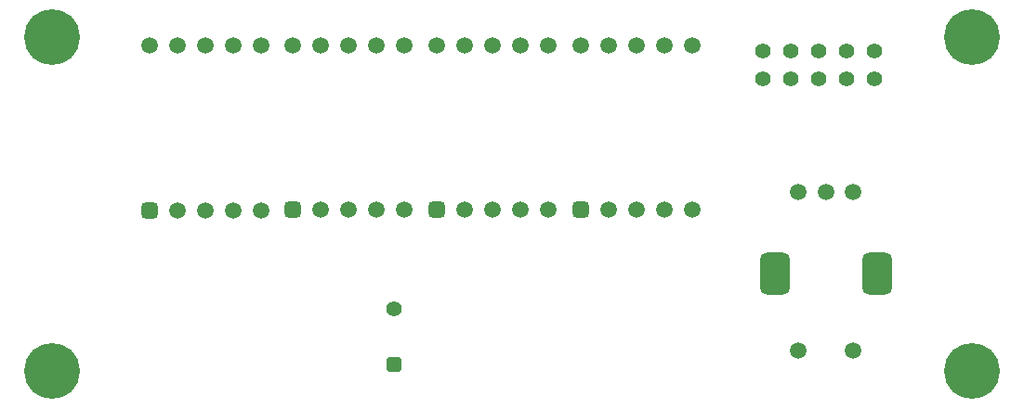
<source format=gbr>
G04*
G04 #@! TF.GenerationSoftware,Altium Limited,Altium Designer,22.4.2 (48)*
G04*
G04 Layer_Color=255*
%FSLAX25Y25*%
%MOIN*%
G70*
G04*
G04 #@! TF.SameCoordinates,BCBF65FA-95A4-4157-AECB-54A889C136F6*
G04*
G04*
G04 #@! TF.FilePolarity,Positive*
G04*
G01*
G75*
%ADD30C,0.05500*%
%ADD33C,0.20000*%
G04:AMPARAMS|DCode=34|XSize=55.12mil|YSize=55.12mil|CornerRadius=13.78mil|HoleSize=0mil|Usage=FLASHONLY|Rotation=270.000|XOffset=0mil|YOffset=0mil|HoleType=Round|Shape=RoundedRectangle|*
%AMROUNDEDRECTD34*
21,1,0.05512,0.02756,0,0,270.0*
21,1,0.02756,0.05512,0,0,270.0*
1,1,0.02756,-0.01378,-0.01378*
1,1,0.02756,-0.01378,0.01378*
1,1,0.02756,0.01378,0.01378*
1,1,0.02756,0.01378,-0.01378*
%
%ADD34ROUNDEDRECTD34*%
%ADD35C,0.05512*%
G04:AMPARAMS|DCode=36|XSize=153.54mil|YSize=106.3mil|CornerRadius=26.57mil|HoleSize=0mil|Usage=FLASHONLY|Rotation=90.000|XOffset=0mil|YOffset=0mil|HoleType=Round|Shape=RoundedRectangle|*
%AMROUNDEDRECTD36*
21,1,0.15354,0.05315,0,0,90.0*
21,1,0.10039,0.10630,0,0,90.0*
1,1,0.05315,0.02657,0.05020*
1,1,0.05315,0.02657,-0.05020*
1,1,0.05315,-0.02657,-0.05020*
1,1,0.05315,-0.02657,0.05020*
%
%ADD36ROUNDEDRECTD36*%
%ADD37C,0.05906*%
G04:AMPARAMS|DCode=38|XSize=59.06mil|YSize=59.06mil|CornerRadius=14.76mil|HoleSize=0mil|Usage=FLASHONLY|Rotation=0.000|XOffset=0mil|YOffset=0mil|HoleType=Round|Shape=RoundedRectangle|*
%AMROUNDEDRECTD38*
21,1,0.05906,0.02953,0,0,0.0*
21,1,0.02953,0.05906,0,0,0.0*
1,1,0.02953,0.01476,-0.01476*
1,1,0.02953,-0.01476,-0.01476*
1,1,0.02953,-0.01476,0.01476*
1,1,0.02953,0.01476,0.01476*
%
%ADD38ROUNDEDRECTD38*%
D30*
X370000Y480000D02*
D03*
X380000D02*
D03*
X390000D02*
D03*
X400000D02*
D03*
X410000D02*
D03*
Y470000D02*
D03*
X400000D02*
D03*
X390000D02*
D03*
X380000D02*
D03*
X370000D02*
D03*
D33*
X115000Y365000D02*
D03*
X445000D02*
D03*
Y485000D02*
D03*
X115000D02*
D03*
D34*
X237700Y367657D02*
D03*
D35*
Y387343D02*
D03*
D36*
X410807Y400000D02*
D03*
X374193D02*
D03*
D37*
X392500Y429528D02*
D03*
X382657D02*
D03*
X402343D02*
D03*
X382657Y372441D02*
D03*
X402343D02*
D03*
X314600Y423045D02*
D03*
X324600D02*
D03*
X334600D02*
D03*
X344600D02*
D03*
Y482100D02*
D03*
X334600D02*
D03*
X324600D02*
D03*
X314600D02*
D03*
X304600D02*
D03*
X263000Y423045D02*
D03*
X273000D02*
D03*
X283000D02*
D03*
X293000D02*
D03*
Y482100D02*
D03*
X283000D02*
D03*
X273000D02*
D03*
X263000D02*
D03*
X253000D02*
D03*
X211400Y423045D02*
D03*
X221400D02*
D03*
X231400D02*
D03*
X241400D02*
D03*
Y482100D02*
D03*
X231400D02*
D03*
X221400D02*
D03*
X211400D02*
D03*
X201400D02*
D03*
X159843Y422972D02*
D03*
X169843D02*
D03*
X179843D02*
D03*
X189843D02*
D03*
Y482028D02*
D03*
X179843D02*
D03*
X169843D02*
D03*
X159843D02*
D03*
X149843D02*
D03*
D38*
X304600Y423045D02*
D03*
X253000D02*
D03*
X201400D02*
D03*
X149843Y422972D02*
D03*
M02*

</source>
